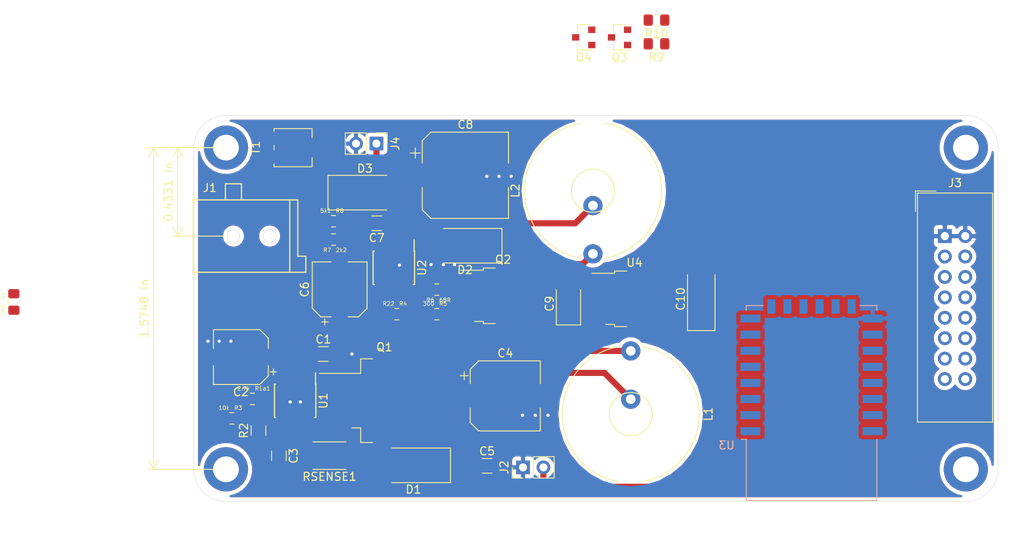
<source format=kicad_pcb>
(kicad_pcb (version 20171130) (host pcbnew "(5.1.7-0-10_14)")
  (layers (0 F.Cu signal) (31 B.Cu signal) (34 B.Paste user) (35 F.Paste user) (36 B.SilkS user) (37 F.SilkS user) (38 B.Mask user) (39 F.Mask user) (44 Edge.Cuts user))
  (net 0 "")
  (net 1 GND)
  (net 2 +9V)
  (net 3 "Net-(C3-Pad1)")
  (net 4 "Net-(D1-Pad2)")
  (net 5 /hv_psu/SENSE)
  (net 6 "Net-(Q1-Pad1)")
  (net 7 BLANK)
  (net 8 "Net-(R1-Pad1)")
  (net 9 "Net-(R1a1-Pad1)")
  (net 10 "Net-(R1a1-Pad2)")
  (net 11 "Net-(C7-Pad1)")
  (net 12 "Net-(Q2-Pad3)")
  (net 13 "Net-(Q2-Pad1)")
  (net 14 "Net-(R6-Pad1)")
  (net 15 "Net-(R7-Pad2)")
  (net 16 "Net-(R8-Pad2)")
  (net 17 "Net-(D2-Pad1)")
  (net 18 "Net-(D3-Pad2)")
  (net 19 "Net-(U3-Pad22)")
  (net 20 "Net-(U3-Pad21)")
  (net 21 "Net-(U3-Pad20)")
  (net 22 "Net-(U3-Pad19)")
  (net 23 "Net-(U3-Pad17)")
  (net 24 "Net-(U3-Pad16)")
  (net 25 "Net-(U3-Pad14)")
  (net 26 "Net-(U3-Pad13)")
  (net 27 "Net-(U3-Pad12)")
  (net 28 "Net-(U3-Pad11)")
  (net 29 "Net-(U3-Pad10)")
  (net 30 "Net-(U3-Pad9)")
  (net 31 /+3V3)
  (net 32 "Net-(U3-Pad7)")
  (net 33 "Net-(U3-Pad6)")
  (net 34 "Net-(U3-Pad5)")
  (net 35 "Net-(U3-Pad4)")
  (net 36 "Net-(U3-Pad3)")
  (net 37 "Net-(U3-Pad2)")
  (net 38 /+HVDC)
  (net 39 /+FILAMENT_DC)
  (net 40 /FILAMENT_CLK)
  (net 41 /HSPI_DATA)
  (net 42 /HSPI_CLK)
  (net 43 /HSPI_CS)
  (net 44 "Net-(J3-Pad12)")
  (net 45 "Net-(J3-Pad11)")
  (net 46 /RST)
  (net 47 /RTS)
  (net 48 "Net-(Q3-Pad1)")
  (net 49 /GPIO0)
  (net 50 /DTR)
  (net 51 "Net-(Q4-Pad1)")
  (module Capacitor_Tantalum_SMD:CP_EIA-6032-28_Kemet-C_Pad2.25x2.35mm_HandSolder (layer F.Cu) (at 133.096 82.814 90)
    (fp_text reference C10 (at 0 -2.55 90) (layer F.SilkS))
    (fp_text value 22u)
    (pad 2 smd roundrect (at 2.55 0 90) (size 2.25 2.35) (layers F.Cu F.Paste F.Mask) (roundrect_rratio 0.111111) (net 1 GND))
    (pad 1 smd roundrect (at -2.55 0 90) (size 2.25 2.35) (layers F.Cu F.Paste F.Mask) (roundrect_rratio 0.111111) (net 31 /+3V3))
  )
  (module Capacitor_Tantalum_SMD:CP_EIA-3528-12_Kemet-T_Pad1.50x2.35mm_HandSolder (layer F.Cu) (at 116.586 83.413 90)
    (fp_text reference C9 (at 0 -2.35 90) (layer F.SilkS))
    (fp_text value 10u)
    (pad 2 smd roundrect (at 1.625 0 90) (size 1.5 2.35) (layers F.Cu F.Paste F.Mask) (roundrect_rratio 0.166667) (net 1 GND))
    (pad 1 smd roundrect (at -1.625 0 90) (size 1.5 2.35) (layers F.Cu F.Paste F.Mask) (roundrect_rratio 0.166667) (net 2 +9V))
  )
  (module Potentiometer_SMD:Potentiometer_Bourns_3314G_Vertical (layer F.Cu) (at 82.34 64.008 90)
    (fp_text reference T1 (at 0 -4.65 90) (layer F.SilkS))
    (fp_text value TRIM_EU-S64W)
    (pad 3 smd rect (at -1.15 -2.75 90) (size 1.3 1.3) (layers F.Cu F.Paste F.Mask) (net 16 "Net-(R8-Pad2)"))
    (pad 2 smd rect (at 0 2.75 90) (size 2 1.3) (layers F.Cu F.Paste F.Mask) (net 39 /+FILAMENT_DC))
    (pad 1 smd rect (at 1.15 -2.75 90) (size 1.3 1.3) (layers F.Cu F.Paste F.Mask) (net 39 /+FILAMENT_DC))
  )
  (module PartsStash:L_Toroid_Horizontal_D16.8mm_P6mm_AliExpress (layer F.Cu) (at 119.634 76.708 90)
    (fp_text reference L2 (at 7.35 -9.65 90) (layer F.SilkS))
    (fp_text value 300uH)
    (pad 1 thru_hole circle (at -0.5 0 90) (size 2.4 2.4) (drill 1.2) (layers *.Cu *.Mask) (net 17 "Net-(D2-Pad1)"))
    (pad 2 thru_hole circle (at 5.5 0 90) (size 2.4 2.4) (drill 1.2) (layers *.Cu *.Mask) (net 18 "Net-(D3-Pad2)"))
  )
  (module Capacitor_SMD:CP_Elec_6.3x7.7 (layer F.Cu) (at 88.138 81.628 90)
    (fp_text reference C6 (at 0 -4.35 90) (layer F.SilkS))
    (fp_text value 100)
    (pad 2 smd roundrect (at 2.7 0 90) (size 3.5 1.6) (layers F.Cu F.Paste F.Mask) (roundrect_rratio 0.15625) (net 1 GND))
    (pad 1 smd roundrect (at -2.7 0 90) (size 3.5 1.6) (layers F.Cu F.Paste F.Mask) (roundrect_rratio 0.15625) (net 2 +9V))
  )
  (module Connector_PinHeader_2.54mm:PinHeader_1x02_P2.54mm_Vertical (layer F.Cu) (at 92.71 63.5 270)
    (fp_text reference J4 (at 0 -2.33 90) (layer F.SilkS))
    (fp_text value Conn_01x02)
    (pad 2 thru_hole oval (at 0 2.54 270) (size 1.7 1.7) (drill 1) (layers *.Cu *.Mask) (net 1 GND))
    (pad 1 thru_hole rect (at 0 0 270) (size 1.7 1.7) (drill 1) (layers *.Cu *.Mask) (net 39 /+FILAMENT_DC))
  )
  (module Capacitor_SMD:CP_Elec_10x14.3 (layer F.Cu) (at 103.768 67.437)
    (fp_text reference C8 (at 0 -6.3) (layer F.SilkS))
    (fp_text value 330)
    (pad 2 smd roundrect (at 4.2 0) (size 4.4 2.5) (layers F.Cu F.Paste F.Mask) (roundrect_rratio 0.1) (net 1 GND))
    (pad 1 smd roundrect (at -4.2 0) (size 4.4 2.5) (layers F.Cu F.Paste F.Mask) (roundrect_rratio 0.1) (net 39 /+FILAMENT_DC))
  )
  (module Package_SO:PowerIntegrations_SO-8 (layer F.Cu) (at 94.869 78.936 270)
    (fp_text reference U2 (at 0 -3.5 90) (layer F.SilkS))
    (fp_text value MC34063AP)
    (pad 8 smd rect (at 2.725 -1.905 270) (size 2 0.6) (layers F.Cu F.Paste F.Mask) (net 14 "Net-(R6-Pad1)"))
    (pad 7 smd rect (at 2.725 -0.635 270) (size 2 0.6) (layers F.Cu F.Paste F.Mask) (net 13 "Net-(Q2-Pad1)"))
    (pad 6 smd rect (at 2.725 0.635 270) (size 2 0.6) (layers F.Cu F.Paste F.Mask) (net 2 +9V))
    (pad 5 smd rect (at 2.725 1.905 270) (size 2 0.6) (layers F.Cu F.Paste F.Mask) (net 15 "Net-(R7-Pad2)"))
    (pad 4 smd rect (at -2.725 1.905 270) (size 2 0.6) (layers F.Cu F.Paste F.Mask) (net 1 GND))
    (pad 3 smd rect (at -2.725 0.635 270) (size 2 0.6) (layers F.Cu F.Paste F.Mask) (net 11 "Net-(C7-Pad1)"))
    (pad 2 smd rect (at -2.725 -0.635 270) (size 2 0.6) (layers F.Cu F.Paste F.Mask) (net 1 GND))
    (pad 1 smd rect (at -2.725 -1.905 270) (size 2 0.6) (layers F.Cu F.Paste F.Mask) (net 18 "Net-(D3-Pad2)"))
  )
  (module PartsStash:R_0805_2012Metric_Pad1.15x1.40mm_HandSolder_Value (layer F.Cu) (at 87.367 73.152 180)
    (fp_text reference R8 (at -0.25 1.3) (layer F.SilkS) (effects (font (size 0.5 0.5) (thickness 0.075)) (justify left)))
    (fp_text value 5k1)
    (fp_text user %V (at 0.25 1.3) (layer F.SilkS) (effects (font (size 0.5 0.5) (thickness 0.075)) (justify right)))
    (pad 2 smd roundrect (at 1.025 0 180) (size 1.15 1.4) (layers F.Cu F.Paste F.Mask) (roundrect_rratio 0.217391) (net 16 "Net-(R8-Pad2)"))
    (pad 1 smd roundrect (at -1.025 0 180) (size 1.15 1.4) (layers F.Cu F.Paste F.Mask) (roundrect_rratio 0.217391) (net 15 "Net-(R7-Pad2)"))
  )
  (module PartsStash:R_0805_2012Metric_Pad1.15x1.40mm_HandSolder_Value (layer F.Cu) (at 87.367 75.438)
    (fp_text reference R7 (at -0.25 1.3) (layer F.SilkS) (effects (font (size 0.5 0.5) (thickness 0.075)) (justify right)))
    (fp_text value 2k2)
    (fp_text user %V (at 0.25 1.3) (layer F.SilkS) (effects (font (size 0.5 0.5) (thickness 0.075)) (justify left)))
    (pad 2 smd roundrect (at 1.025 0) (size 1.15 1.4) (layers F.Cu F.Paste F.Mask) (roundrect_rratio 0.217391) (net 15 "Net-(R7-Pad2)"))
    (pad 1 smd roundrect (at -1.025 0) (size 1.15 1.4) (layers F.Cu F.Paste F.Mask) (roundrect_rratio 0.217391) (net 1 GND))
  )
  (module PartsStash:R_0805_2012Metric_Pad1.15x1.40mm_HandSolder_Value (layer F.Cu) (at 100.212 81.661)
    (fp_text reference R6 (at -0.25 1.3) (layer F.SilkS) (effects (font (size 0.5 0.5) (thickness 0.075)) (justify right)))
    (fp_text value 68R)
    (fp_text user %V (at 0.25 1.3) (layer F.SilkS) (effects (font (size 0.5 0.5) (thickness 0.075)) (justify left)))
    (pad 2 smd roundrect (at 1.025 0) (size 1.15 1.4) (layers F.Cu F.Paste F.Mask) (roundrect_rratio 0.217391) (net 12 "Net-(Q2-Pad3)"))
    (pad 1 smd roundrect (at -1.025 0) (size 1.15 1.4) (layers F.Cu F.Paste F.Mask) (roundrect_rratio 0.217391) (net 14 "Net-(R6-Pad1)"))
  )
  (module PartsStash:R_0805_2012Metric_Pad1.15x1.40mm_HandSolder_Value (layer F.Cu) (at 100.212 84.709 180)
    (fp_text reference R5 (at -0.25 1.3) (layer F.SilkS) (effects (font (size 0.5 0.5) (thickness 0.075)) (justify left)))
    (fp_text value 300)
    (fp_text user %V (at 0.25 1.3) (layer F.SilkS) (effects (font (size 0.5 0.5) (thickness 0.075)) (justify right)))
    (pad 2 smd roundrect (at 1.025 0 180) (size 1.15 1.4) (layers F.Cu F.Paste F.Mask) (roundrect_rratio 0.217391) (net 13 "Net-(Q2-Pad1)"))
    (pad 1 smd roundrect (at -1.025 0 180) (size 1.15 1.4) (layers F.Cu F.Paste F.Mask) (roundrect_rratio 0.217391) (net 12 "Net-(Q2-Pad3)"))
  )
  (module PartsStash:R_0805_2012Metric_Pad1.15x1.40mm_HandSolder_Value (layer F.Cu) (at 95.241 84.709 180)
    (fp_text reference R4 (at -0.25 1.3) (layer F.SilkS) (effects (font (size 0.5 0.5) (thickness 0.075)) (justify left)))
    (fp_text value R22)
    (fp_text user %V (at 0.25 1.3) (layer F.SilkS) (effects (font (size 0.5 0.5) (thickness 0.075)) (justify right)))
    (pad 2 smd roundrect (at 1.025 0 180) (size 1.15 1.4) (layers F.Cu F.Paste F.Mask) (roundrect_rratio 0.217391) (net 2 +9V))
    (pad 1 smd roundrect (at -1.025 0 180) (size 1.15 1.4) (layers F.Cu F.Paste F.Mask) (roundrect_rratio 0.217391) (net 13 "Net-(Q2-Pad1)"))
  )
  (module Package_TO_SOT_SMD:TO-252-3_TabPin2 (layer F.Cu) (at 108.467 82.429)
    (fp_text reference Q2 (at 0 -4.5) (layer F.SilkS))
    (fp_text value 2SD669AD-C)
    (pad 2 smd rect (at 2.1 0) (size 6.4 5.8) (layers F.Cu F.Mask) (net 17 "Net-(D2-Pad1)"))
    (pad 3 smd rect (at -4.2 2.28) (size 2.2 1.2) (layers F.Cu F.Paste F.Mask) (net 12 "Net-(Q2-Pad3)"))
    (pad 2 smd rect (at -4.2 0) (size 2.2 1.2) (layers F.Cu F.Paste F.Mask) (net 17 "Net-(D2-Pad1)"))
    (pad 1 smd rect (at -4.2 -2.28) (size 2.2 1.2) (layers F.Cu F.Paste F.Mask) (net 13 "Net-(Q2-Pad1)"))
  )
  (module Diode_SMD:D_SMB_Handsoldering (layer F.Cu) (at 91.28 69.596)
    (fp_text reference D3 (at 0 -3) (layer F.SilkS))
    (fp_text value SS16T3G)
    (pad 2 smd rect (at 2.7 0) (size 3.5 2.3) (layers F.Cu F.Paste F.Mask) (net 18 "Net-(D3-Pad2)"))
    (pad 1 smd rect (at -2.7 0) (size 3.5 2.3) (layers F.Cu F.Paste F.Mask) (net 39 /+FILAMENT_DC))
  )
  (module Diode_SMD:D_SMB_Handsoldering (layer F.Cu) (at 103.726 76.2 180)
    (fp_text reference D2 (at 0 -3) (layer F.SilkS))
    (fp_text value SS16T3G)
    (pad 2 smd rect (at 2.7 0 180) (size 3.5 2.3) (layers F.Cu F.Paste F.Mask) (net 1 GND))
    (pad 1 smd rect (at -2.7 0 180) (size 3.5 2.3) (layers F.Cu F.Paste F.Mask) (net 17 "Net-(D2-Pad1)"))
  )
  (module Capacitor_SMD:C_1206_3216Metric_Pad1.42x1.75mm_HandSolder (layer F.Cu) (at 92.7465 73.406 180)
    (fp_text reference C7 (at 0 -1.82) (layer F.SilkS))
    (fp_text value 470pF)
    (pad 2 smd roundrect (at 1.4875 0 180) (size 1.425 1.75) (layers F.Cu F.Paste F.Mask) (roundrect_rratio 0.175439) (net 1 GND))
    (pad 1 smd roundrect (at -1.4875 0 180) (size 1.425 1.75) (layers F.Cu F.Paste F.Mask) (roundrect_rratio 0.175439) (net 11 "Net-(C7-Pad1)"))
  )
  (module Resistor_SMD:R_0805_2012Metric_Pad1.15x1.40mm_HandSolder (layer F.Cu) (at 127.536 48.142 180)
    (fp_text reference R10 (at 0 -1.65) (layer F.SilkS))
    (fp_text value 12k)
    (pad 2 smd roundrect (at 1.025 0 180) (size 1.15 1.4) (layers F.Cu F.Paste F.Mask) (roundrect_rratio 0.217391) (net 51 "Net-(Q4-Pad1)"))
    (pad 1 smd roundrect (at -1.025 0 180) (size 1.15 1.4) (layers F.Cu F.Paste F.Mask) (roundrect_rratio 0.217391) (net 47 /RTS))
  )
  (module Resistor_SMD:R_0805_2012Metric_Pad1.15x1.40mm_HandSolder (layer F.Cu) (at 127.536 51.092 180)
    (fp_text reference R9 (at 0 -1.65) (layer F.SilkS))
    (fp_text value 12k)
    (pad 2 smd roundrect (at 1.025 0 180) (size 1.15 1.4) (layers F.Cu F.Paste F.Mask) (roundrect_rratio 0.217391) (net 48 "Net-(Q3-Pad1)"))
    (pad 1 smd roundrect (at -1.025 0 180) (size 1.15 1.4) (layers F.Cu F.Paste F.Mask) (roundrect_rratio 0.217391) (net 50 /DTR))
  )
  (module Package_TO_SOT_SMD:SOT-23 (layer F.Cu) (at 118.486 50.292 180)
    (fp_text reference Q4 (at 0 -2.5) (layer F.SilkS))
    (fp_text value BC847)
    (pad 3 smd rect (at 1 0 180) (size 0.9 0.8) (layers F.Cu F.Paste F.Mask) (net 49 /GPIO0))
    (pad 2 smd rect (at -1 0.95 180) (size 0.9 0.8) (layers F.Cu F.Paste F.Mask) (net 50 /DTR))
    (pad 1 smd rect (at -1 -0.95 180) (size 0.9 0.8) (layers F.Cu F.Paste F.Mask) (net 51 "Net-(Q4-Pad1)"))
  )
  (module Package_TO_SOT_SMD:SOT-23 (layer F.Cu) (at 122.936 50.292 180)
    (fp_text reference Q3 (at 0 -2.5) (layer F.SilkS))
    (fp_text value BC847)
    (pad 3 smd rect (at 1 0 180) (size 0.9 0.8) (layers F.Cu F.Paste F.Mask) (net 46 /RST))
    (pad 2 smd rect (at -1 0.95 180) (size 0.9 0.8) (layers F.Cu F.Paste F.Mask) (net 47 /RTS))
    (pad 1 smd rect (at -1 -0.95 180) (size 0.9 0.8) (layers F.Cu F.Paste F.Mask) (net 48 "Net-(Q3-Pad1)"))
  )
  (module PartsStash:AliExpress55mmBarrelJack (layer F.Cu) (at 74.93 74.99985)
    (fp_text reference J1 (at -2.93 -5.99985) (layer F.SilkS))
    (fp_text value Jack-DC)
    (pad 1 smd rect (at 5.7 -5.5) (size 3 3) (drill (offset 0 -0.5)) (layers F.Cu F.Paste F.Mask) (net 2 +9V))
    (pad 1 smd rect (at 0 -5.5) (size 3 3) (drill (offset 0 -0.5)) (layers F.Cu F.Paste F.Mask) (net 2 +9V))
    (pad 3 smd rect (at 5.7 5.5) (size 3 3) (drill (offset 0 0.5)) (layers F.Cu F.Paste F.Mask) (net 1 GND))
    (pad 2 smd rect (at 0 5.5) (size 3 3) (drill (offset 0 0.5)) (layers F.Cu F.Paste F.Mask) (net 1 GND))
    (pad ~ thru_hole circle (at 4.5 0) (size 1.6 1.6) (drill 1.6) (layers *.Cu *.Mask))
    (pad ~ thru_hole circle (at 0 0) (size 1.6 1.6) (drill 1.6) (layers *.Cu *.Mask))
  )
  (module PartsStash:L_Toroid_Horizontal_D16.8mm_P6mm_AliExpress (layer F.Cu) (at 124.333 89.781 270)
    (fp_text reference L1 (at 7.35 -9.65 90) (layer F.SilkS))
    (fp_text value L)
    (pad 1 thru_hole circle (at -0.5 0 270) (size 2.4 2.4) (drill 1.2) (layers *.Cu *.Mask) (net 2 +9V))
    (pad 2 thru_hole circle (at 5.5 0 270) (size 2.4 2.4) (drill 1.2) (layers *.Cu *.Mask) (net 4 "Net-(D1-Pad2)"))
  )
  (module Connector_IDC:IDC-Header_2x08_P2.54mm_Vertical (layer F.Cu) (at 163.3855 75)
    (fp_text reference J3 (at 1.27 -6.604) (layer F.SilkS))
    (fp_text value Conn_02x10_Odd_Even)
    (pad 16 thru_hole oval (at 2.54 17.78) (size 1.7272 1.7272) (drill 1.016) (layers *.Cu *.Mask) (net 40 /FILAMENT_CLK))
    (pad 15 thru_hole oval (at 0 17.78) (size 1.7272 1.7272) (drill 1.016) (layers *.Cu *.Mask) (net 41 /HSPI_DATA))
    (pad 14 thru_hole oval (at 2.54 15.24) (size 1.7272 1.7272) (drill 1.016) (layers *.Cu *.Mask) (net 42 /HSPI_CLK))
    (pad 13 thru_hole oval (at 0 15.24) (size 1.7272 1.7272) (drill 1.016) (layers *.Cu *.Mask) (net 43 /HSPI_CS))
    (pad 12 thru_hole oval (at 2.54 12.7) (size 1.7272 1.7272) (drill 1.016) (layers *.Cu *.Mask) (net 44 "Net-(J3-Pad12)"))
    (pad 11 thru_hole oval (at 0 12.7) (size 1.7272 1.7272) (drill 1.016) (layers *.Cu *.Mask) (net 45 "Net-(J3-Pad11)"))
    (pad 10 thru_hole oval (at 2.54 10.16) (size 1.7272 1.7272) (drill 1.016) (layers *.Cu *.Mask) (net 38 /+HVDC))
    (pad 9 thru_hole oval (at 0 10.16) (size 1.7272 1.7272) (drill 1.016) (layers *.Cu *.Mask) (net 38 /+HVDC))
    (pad 8 thru_hole oval (at 2.54 7.62) (size 1.7272 1.7272) (drill 1.016) (layers *.Cu *.Mask) (net 2 +9V))
    (pad 7 thru_hole oval (at 0 7.62) (size 1.7272 1.7272) (drill 1.016) (layers *.Cu *.Mask) (net 2 +9V))
    (pad 6 thru_hole oval (at 2.54 5.08) (size 1.7272 1.7272) (drill 1.016) (layers *.Cu *.Mask) (net 31 /+3V3))
    (pad 5 thru_hole oval (at 0 5.08) (size 1.7272 1.7272) (drill 1.016) (layers *.Cu *.Mask) (net 31 /+3V3))
    (pad 4 thru_hole oval (at 2.54 2.54) (size 1.7272 1.7272) (drill 1.016) (layers *.Cu *.Mask) (net 39 /+FILAMENT_DC))
    (pad 3 thru_hole oval (at 0 2.54) (size 1.7272 1.7272) (drill 1.016) (layers *.Cu *.Mask) (net 39 /+FILAMENT_DC))
    (pad 2 thru_hole oval (at 2.54 0) (size 1.7272 1.7272) (drill 1.016) (layers *.Cu *.Mask) (net 1 GND))
    (pad 1 thru_hole rect (at 0 0) (size 1.7272 1.7272) (drill 1.016) (layers *.Cu *.Mask) (net 1 GND))
  )
  (module Package_TO_SOT_SMD:TO-252-3_TabPin2 (layer F.Cu) (at 124.797 82.805)
    (fp_text reference U4 (at 0 -4.5) (layer F.SilkS))
    (fp_text value AMS1117CD-3.3)
    (pad 2 smd rect (at 2.1 0) (size 6.4 5.8) (layers F.Cu F.Mask) (net 31 /+3V3))
    (pad 3 smd rect (at -4.2 2.28) (size 2.2 1.2) (layers F.Cu F.Paste F.Mask) (net 2 +9V))
    (pad 2 smd rect (at -4.2 0) (size 2.2 1.2) (layers F.Cu F.Paste F.Mask) (net 31 /+3V3))
    (pad 1 smd rect (at -4.2 -2.28) (size 2.2 1.2) (layers F.Cu F.Paste F.Mask) (net 1 GND))
  )
  (module RF_Module:ESP-12E (layer B.Cu) (at 146.812 95.758)
    (fp_text reference U3 (at -10.56 5.26) (layer B.SilkS) (effects (justify mirror)))
    (fp_text value ESP-12F)
    (pad 22 smd rect (at 7.6 3.5) (size 2.5 1) (layers B.Cu B.Paste B.Mask) (net 19 "Net-(U3-Pad22)"))
    (pad 21 smd rect (at 7.6 1.5) (size 2.5 1) (layers B.Cu B.Paste B.Mask) (net 20 "Net-(U3-Pad21)"))
    (pad 20 smd rect (at 7.6 -0.5) (size 2.5 1) (layers B.Cu B.Paste B.Mask) (net 21 "Net-(U3-Pad20)"))
    (pad 19 smd rect (at 7.6 -2.5) (size 2.5 1) (layers B.Cu B.Paste B.Mask) (net 22 "Net-(U3-Pad19)"))
    (pad 18 smd rect (at 7.6 -4.5) (size 2.5 1) (layers B.Cu B.Paste B.Mask) (net 49 /GPIO0))
    (pad 17 smd rect (at 7.6 -6.5) (size 2.5 1) (layers B.Cu B.Paste B.Mask) (net 23 "Net-(U3-Pad17)"))
    (pad 16 smd rect (at 7.6 -8.5) (size 2.5 1) (layers B.Cu B.Paste B.Mask) (net 24 "Net-(U3-Pad16)"))
    (pad 15 smd rect (at 7.6 -10.5) (size 2.5 1) (layers B.Cu B.Paste B.Mask) (net 1 GND))
    (pad 14 smd rect (at 5 -12) (size 1 1.8) (layers B.Cu B.Paste B.Mask) (net 25 "Net-(U3-Pad14)"))
    (pad 13 smd rect (at 3 -12) (size 1 1.8) (layers B.Cu B.Paste B.Mask) (net 26 "Net-(U3-Pad13)"))
    (pad 12 smd rect (at 1 -12) (size 1 1.8) (layers B.Cu B.Paste B.Mask) (net 27 "Net-(U3-Pad12)"))
    (pad 11 smd rect (at -1 -12) (size 1 1.8) (layers B.Cu B.Paste B.Mask) (net 28 "Net-(U3-Pad11)"))
    (pad 10 smd rect (at -3 -12) (size 1 1.8) (layers B.Cu B.Paste B.Mask) (net 29 "Net-(U3-Pad10)"))
    (pad 9 smd rect (at -5 -12) (size 1 1.8) (layers B.Cu B.Paste B.Mask) (net 30 "Net-(U3-Pad9)"))
    (pad 8 smd rect (at -7.6 -10.5) (size 2.5 1) (layers B.Cu B.Paste B.Mask) (net 31 /+3V3))
    (pad 7 smd rect (at -7.6 -8.5) (size 2.5 1) (layers B.Cu B.Paste B.Mask) (net 32 "Net-(U3-Pad7)"))
    (pad 6 smd rect (at -7.6 -6.5) (size 2.5 1) (layers B.Cu B.Paste B.Mask) (net 33 "Net-(U3-Pad6)"))
    (pad 5 smd rect (at -7.6 -4.5) (size 2.5 1) (layers B.Cu B.Paste B.Mask) (net 34 "Net-(U3-Pad5)"))
    (pad 4 smd rect (at -7.6 -2.5) (size 2.5 1) (layers B.Cu B.Paste B.Mask) (net 35 "Net-(U3-Pad4)"))
    (pad 3 smd rect (at -7.6 -0.5) (size 2.5 1) (layers B.Cu B.Paste B.Mask) (net 36 "Net-(U3-Pad3)"))
    (pad 2 smd rect (at -7.6 1.5) (size 2.5 1) (layers B.Cu B.Paste B.Mask) (net 37 "Net-(U3-Pad2)"))
    (pad 1 smd rect (at -7.6 3.5) (size 2.5 1) (layers B.Cu B.Paste B.Mask) (net 46 /RST))
  )
  (module PartsStash:TO-263-2 (layer F.Cu) (at 93.697 95.463)
    (fp_text reference Q1 (at 0 -6.65) (layer F.SilkS))
    (fp_text value IRF640)
    (pad 2 smd rect (at 3.375 0) (size 9.4 10.8) (layers F.Cu F.Mask) (net 4 "Net-(D1-Pad2)"))
    (pad 3 smd rect (at -5.775 2.54) (size 4.6 1.1) (layers F.Cu F.Paste F.Mask) (net 5 /hv_psu/SENSE))
    (pad 1 smd rect (at -5.775 -2.54) (size 4.6 1.1) (layers F.Cu F.Paste F.Mask) (net 6 "Net-(Q1-Pad1)"))
  )
  (module PartsStash:MountingHole_3.2mm_M3_ISO14580_Pad (layer F.Cu) (at 74 64)
    (fp_text reference REF** hide)
    (fp_text value MountingHole_3.2mm_M3_ISO14580_Pad hide)
    (pad 1 thru_hole circle (at 0 0) (size 5.5 5.5) (drill 3.2) (layers *.Cu *.Mask))
  )
  (module PartsStash:MountingHole_3.2mm_M3_ISO14580_Pad (layer F.Cu) (at 74 104)
    (fp_text reference REF** hide)
    (fp_text value MountingHole_3.2mm_M3_ISO14580_Pad hide)
    (pad 1 thru_hole circle (at 0 0) (size 5.5 5.5) (drill 3.2) (layers *.Cu *.Mask))
  )
  (module PartsStash:MountingHole_3.2mm_M3_ISO14580_Pad (layer F.Cu) (at 166 104)
    (fp_text reference REF** hide)
    (fp_text value MountingHole_3.2mm_M3_ISO14580_Pad hide)
    (pad 1 thru_hole circle (at 0 0) (size 5.5 5.5) (drill 3.2) (layers *.Cu *.Mask))
  )
  (module PartsStash:MountingHole_3.2mm_M3_ISO14580_Pad (layer F.Cu) (at 166 64)
    (fp_text reference REF** hide)
    (fp_text value MountingHole_3.2mm_M3_ISO14580_Pad hide)
    (pad 1 thru_hole circle (at 0 0) (size 5.5 5.5) (drill 3.2) (layers *.Cu *.Mask))
  )
  (module Capacitor_SMD:CP_Elec_8x10.5 (layer F.Cu) (at 108.729 94.869)
    (fp_text reference C4 (at 0 -5.3) (layer F.SilkS))
    (fp_text value 4.7uF,250V)
    (pad 2 smd roundrect (at 3.7 0) (size 4.4 2.5) (layers F.Cu F.Paste F.Mask) (roundrect_rratio 0.1) (net 1 GND))
    (pad 1 smd roundrect (at -3.7 0) (size 4.4 2.5) (layers F.Cu F.Paste F.Mask) (roundrect_rratio 0.1) (net 38 /+HVDC))
  )
  (module Capacitor_SMD:CP_Elec_6.3x7.7 (layer F.Cu) (at 75.852 90.043 180)
    (fp_text reference C2 (at 0 -4.35) (layer F.SilkS))
    (fp_text value 220uF,25V)
    (pad 2 smd roundrect (at 2.7 0 180) (size 3.5 1.6) (layers F.Cu F.Paste F.Mask) (roundrect_rratio 0.15625) (net 1 GND))
    (pad 1 smd roundrect (at -2.7 0 180) (size 3.5 1.6) (layers F.Cu F.Paste F.Mask) (roundrect_rratio 0.15625) (net 2 +9V))
  )
  (module Capacitor_SMD:C_1206_3216Metric_Pad1.42x1.75mm_HandSolder (layer F.Cu) (at 106.4625 103.5685)
    (fp_text reference C5 (at 0 -1.82) (layer F.SilkS))
    (fp_text value 100n,250V)
    (pad 2 smd roundrect (at 1.4875 0) (size 1.425 1.75) (layers F.Cu F.Paste F.Mask) (roundrect_rratio 0.175439) (net 1 GND))
    (pad 1 smd roundrect (at -1.4875 0) (size 1.425 1.75) (layers F.Cu F.Paste F.Mask) (roundrect_rratio 0.175439) (net 38 /+HVDC))
  )
  (module Package_SO:PowerIntegrations_SO-8 (layer F.Cu) (at 82.606 95.482 270)
    (fp_text reference U1 (at 0 -3.5 90) (layer F.SilkS))
    (fp_text value max1771)
    (pad 8 smd rect (at 2.725 -1.905 270) (size 2 0.6) (layers F.Cu F.Paste F.Mask) (net 5 /hv_psu/SENSE))
    (pad 7 smd rect (at 2.725 -0.635 270) (size 2 0.6) (layers F.Cu F.Paste F.Mask) (net 1 GND))
    (pad 6 smd rect (at 2.725 0.635 270) (size 2 0.6) (layers F.Cu F.Paste F.Mask) (net 1 GND))
    (pad 5 smd rect (at 2.725 1.905 270) (size 2 0.6) (layers F.Cu F.Paste F.Mask) (net 3 "Net-(C3-Pad1)"))
    (pad 4 smd rect (at -2.725 1.905 270) (size 2 0.6) (layers F.Cu F.Paste F.Mask) (net 8 "Net-(R1-Pad1)"))
    (pad 3 smd rect (at -2.725 0.635 270) (size 2 0.6) (layers F.Cu F.Paste F.Mask) (net 9 "Net-(R1a1-Pad1)"))
    (pad 2 smd rect (at -2.725 -0.635 270) (size 2 0.6) (layers F.Cu F.Paste F.Mask) (net 2 +9V))
    (pad 1 smd rect (at -2.725 -1.905 270) (size 2 0.6) (layers F.Cu F.Paste F.Mask) (net 6 "Net-(Q1-Pad1)"))
  )
  (module Resistor_SMD:R_2512_6332Metric_Pad1.52x3.35mm_HandSolder (layer F.Cu) (at 86.871 102.2985 180)
    (fp_text reference RSENSE1 (at 0 -2.62) (layer F.SilkS))
    (fp_text value 0R1)
    (pad 2 smd roundrect (at 2.9875 0 180) (size 1.525 3.35) (layers F.Cu F.Paste F.Mask) (roundrect_rratio 0.163934) (net 1 GND))
    (pad 1 smd roundrect (at -2.9875 0 180) (size 1.525 3.35) (layers F.Cu F.Paste F.Mask) (roundrect_rratio 0.163934) (net 5 /hv_psu/SENSE))
  )
  (module PartsStash:R_0805_2012Metric_Pad1.15x1.40mm_HandSolder_Value (layer F.Cu) (at 77.2885 95.25 180)
    (fp_text reference R1a1 (at -0.25 1.3) (layer F.SilkS) (effects (font (size 0.5 0.5) (thickness 0.075)) (justify left)))
    (fp_text value 2.7k)
    (fp_text user %V (at 0.25 1.3) (layer F.SilkS) (effects (font (size 0.5 0.5) (thickness 0.075)) (justify right)))
    (pad 2 smd roundrect (at 1.025 0 180) (size 1.15 1.4) (layers F.Cu F.Paste F.Mask) (roundrect_rratio 0.217391) (net 10 "Net-(R1a1-Pad2)"))
    (pad 1 smd roundrect (at -1.025 0 180) (size 1.15 1.4) (layers F.Cu F.Paste F.Mask) (roundrect_rratio 0.217391) (net 9 "Net-(R1a1-Pad1)"))
  )
  (module PartsStash:R_0805_2012Metric_Pad1.15x1.40mm_HandSolder_Value (layer F.Cu) (at 74.7305 97.663 180)
    (fp_text reference R3 (at -0.25 1.3) (layer F.SilkS) (effects (font (size 0.5 0.5) (thickness 0.075)) (justify left)))
    (fp_text value 10k)
    (fp_text user %V (at 0.25 1.3) (layer F.SilkS) (effects (font (size 0.5 0.5) (thickness 0.075)) (justify right)))
    (pad 2 smd roundrect (at 1.025 0 180) (size 1.15 1.4) (layers F.Cu F.Paste F.Mask) (roundrect_rratio 0.217391) (net 1 GND))
    (pad 1 smd roundrect (at -1.025 0 180) (size 1.15 1.4) (layers F.Cu F.Paste F.Mask) (roundrect_rratio 0.217391) (net 10 "Net-(R1a1-Pad2)"))
  )
  (module Resistor_SMD:R_1206_3216Metric_Pad1.42x1.75mm_HandSolder (layer F.Cu) (at 78.0415 99.187 90)
    (fp_text reference R2 (at 0 -1.82 90) (layer F.SilkS))
    (fp_text value 1.5M)
    (pad 2 smd roundrect (at 1.4875 0 90) (size 1.425 1.75) (layers F.Cu F.Paste F.Mask) (roundrect_rratio 0.175439) (net 9 "Net-(R1a1-Pad1)"))
    (pad 1 smd roundrect (at -1.4875 0 90) (size 1.425 1.75) (layers F.Cu F.Paste F.Mask) (roundrect_rratio 0.175439) (net 38 /+HVDC))
  )
  (module PartsStash:R_0805_2012Metric_Pad1.15x1.40mm_HandSolder_Value (layer F.Cu) (at 47.625 83.194 270)
    (fp_text reference R1 (at -0.25 1.3 90) (layer F.SilkS) (effects (font (size 0.5 0.5) (thickness 0.075)) (justify left)))
    (fp_text value 0R0)
    (fp_text user %V (at 0.25 1.3 90) (layer F.SilkS) (effects (font (size 0.5 0.5) (thickness 0.075)) (justify right)))
    (pad 2 smd roundrect (at 1.025 0 270) (size 1.15 1.4) (layers F.Cu F.Paste F.Mask) (roundrect_rratio 0.217391) (net 7 BLANK))
    (pad 1 smd roundrect (at -1.025 0 270) (size 1.15 1.4) (layers F.Cu F.Paste F.Mask) (roundrect_rratio 0.217391) (net 8 "Net-(R1-Pad1)"))
  )
  (module Connector_PinHeader_2.54mm:PinHeader_1x02_P2.54mm_Vertical (layer F.Cu) (at 110.9345 103.759 90)
    (fp_text reference J2 (at 0 -2.33 90) (layer F.SilkS))
    (fp_text value Conn_01x02_Male)
    (pad 2 thru_hole oval (at 0 2.54 90) (size 1.7 1.7) (drill 1) (layers *.Cu *.Mask) (net 38 /+HVDC))
    (pad 1 thru_hole rect (at 0 0 90) (size 1.7 1.7) (drill 1) (layers *.Cu *.Mask) (net 1 GND))
  )
  (module Diode_SMD:D_SMB_Handsoldering (layer F.Cu) (at 97.315 103.505 180)
    (fp_text reference D1 (at 0 -3) (layer F.SilkS))
    (fp_text value ES2J)
    (pad 2 smd rect (at 2.7 0 180) (size 3.5 2.3) (layers F.Cu F.Paste F.Mask) (net 4 "Net-(D1-Pad2)"))
    (pad 1 smd rect (at -2.7 0 180) (size 3.5 2.3) (layers F.Cu F.Paste F.Mask) (net 38 /+HVDC))
  )
  (module Capacitor_SMD:C_1206_3216Metric_Pad1.42x1.75mm_HandSolder (layer F.Cu) (at 80.5815 102.3255 270)
    (fp_text reference C3 (at 0 -1.82 90) (layer F.SilkS))
    (fp_text value 100n)
    (pad 2 smd roundrect (at 1.4875 0 270) (size 1.425 1.75) (layers F.Cu F.Paste F.Mask) (roundrect_rratio 0.175439) (net 1 GND))
    (pad 1 smd roundrect (at -1.4875 0 270) (size 1.425 1.75) (layers F.Cu F.Paste F.Mask) (roundrect_rratio 0.175439) (net 3 "Net-(C3-Pad1)"))
  )
  (module Capacitor_SMD:C_1206_3216Metric_Pad1.42x1.75mm_HandSolder (layer F.Cu) (at 86.106 89.662)
    (fp_text reference C1 (at 0 -1.82) (layer F.SilkS))
    (fp_text value 100n)
    (pad 2 smd roundrect (at 1.4875 0) (size 1.425 1.75) (layers F.Cu F.Paste F.Mask) (roundrect_rratio 0.175439) (net 1 GND))
    (pad 1 smd roundrect (at -1.4875 0) (size 1.425 1.75) (layers F.Cu F.Paste F.Mask) (roundrect_rratio 0.175439) (net 2 +9V))
  )
  (dimension 11 (width 0.12) (layer F.SilkS) (gr_text "11.000 mm" (at 66.73 69.5 270) (layer F.SilkS) (effects (font (size 1 1) (thickness 0.15)))) (feature1 (pts (xy 74 75) (xy 67.413579 75))) (feature2 (pts (xy 74 64) (xy 67.413579 64))) (crossbar (pts (xy 68 64) (xy 68 75))) (arrow1a (pts (xy 68 75) (xy 67.413579 73.873496))) (arrow1b (pts (xy 68 75) (xy 68.586421 73.873496))) (arrow2a (pts (xy 68 64) (xy 67.413579 65.126504))) (arrow2b (pts (xy 68 64) (xy 68.586421 65.126504))))
  (dimension 40 (width 0.12) (layer F.SilkS) (gr_text "40.000 mm" (at 63.73 84 270) (layer F.SilkS) (effects (font (size 1 1) (thickness 0.15)))) (feature1 (pts (xy 74 104) (xy 64.413579 104))) (feature2 (pts (xy 74 64) (xy 64.413579 64))) (crossbar (pts (xy 65 64) (xy 65 104))) (arrow1a (pts (xy 65 104) (xy 64.413579 102.873496))) (arrow1b (pts (xy 65 104) (xy 65.586421 102.873496))) (arrow2a (pts (xy 65 64) (xy 64.413579 65.126504))) (arrow2b (pts (xy 65 64) (xy 65.586421 65.126504))))
  (gr_line (start 74 108) (end 166 108) (layer Edge.Cuts) (width 0.05))
  (gr_line (start 70 64) (end 70 104) (layer Edge.Cuts) (width 0.05))
  (gr_line (start 166 60) (end 74 60) (layer Edge.Cuts) (width 0.05))
  (gr_line (start 170 104) (end 170 64) (layer Edge.Cuts) (width 0.05))
  (gr_arc (start 74 104) (end 70 104) (angle -90) (layer Edge.Cuts) (width 0.05))
  (gr_arc (start 166 64) (end 170 64) (angle -90) (layer Edge.Cuts) (width 0.05))
  (gr_arc (start 166 104) (end 166 108) (angle -90) (layer Edge.Cuts) (width 0.05))
  (gr_arc (start 74 64) (end 74 60) (angle -90) (layer Edge.Cuts) (width 0.05))
  (via (at 83.2485 95.631) (size 0.8) (drill 0.4) (layers F.Cu B.Cu) (net 1))
  (via (at 81.9785 95.631) (size 0.8) (drill 0.4) (layers F.Cu B.Cu) (net 1))
  (via (at 73.152 88.0745) (size 0.8) (drill 0.4) (layers F.Cu B.Cu) (net 1))
  (via (at 71.755 88.0745) (size 0.8) (drill 0.4) (layers F.Cu B.Cu) (net 1))
  (via (at 74.6125 88.0745) (size 0.8) (drill 0.4) (layers F.Cu B.Cu) (net 1))
  (via (at 112.4585 97.282) (size 0.8) (drill 0.4) (layers F.Cu B.Cu) (net 1))
  (via (at 110.871 97.282) (size 0.8) (drill 0.4) (layers F.Cu B.Cu) (net 1))
  (via (at 114.046 97.282) (size 0.8) (drill 0.4) (layers F.Cu B.Cu) (net 1))
  (via (at 89.662 89.662) (size 0.8) (drill 0.4) (layers F.Cu B.Cu) (net 1))
  (via (at 95.5675 78.613) (size 0.8) (drill 0.4) (layers F.Cu B.Cu) (net 1))
  (via (at 109.474 67.564) (size 0.8) (drill 0.4) (layers F.Cu B.Cu) (net 1))
  (via (at 106.426 67.564) (size 0.8) (drill 0.4) (layers F.Cu B.Cu) (net 1))
  (via (at 107.95 67.564) (size 0.8) (drill 0.4) (layers F.Cu B.Cu) (net 1))
  (via (at 102.4255 78.5495) (size 0.8) (drill 0.4) (layers F.Cu B.Cu) (net 1))
  (via (at 99.5045 78.5495) (size 0.8) (drill 0.4) (layers F.Cu B.Cu) (net 1))
  (via (at 101.0285 78.5495) (size 0.8) (drill 0.4) (layers F.Cu B.Cu) (net 1))
  (segment (start 78.552 90.043) (end 78.552 87.442) (width 0.762) (layer F.Cu) (net 2))
  (segment (start 84.6185 89.662) (end 83.312 89.662) (width 0.762) (layer F.Cu) (net 2))
  (segment (start 83.241 89.733) (end 83.241 92.757) (width 0.762) (layer F.Cu) (net 2))
  (segment (start 83.312 89.662) (end 83.241 89.733) (width 0.762) (layer F.Cu) (net 2))
  (segment (start 103.505 89.281) (end 124.333 89.281) (width 0.762) (layer F.Cu) (net 2))
  (segment (start 74.93 69.49985) (end 80.63 69.49985) (width 0.762) (layer F.Cu) (net 2))
  (segment (start 78.872 87.122) (end 78.552 87.442) (width 0.762) (layer F.Cu) (net 2))
  (segment (start 103.505 89.281) (end 101.346 87.122) (width 0.762) (layer F.Cu) (net 2))
  (segment (start 83.241 87.193) (end 83.312 87.122) (width 0.762) (layer F.Cu) (net 2))
  (segment (start 83.312 87.122) (end 78.872 87.122) (width 0.762) (layer F.Cu) (net 2))
  (segment (start 83.241 89.733) (end 83.241 87.193) (width 0.762) (layer F.Cu) (net 2))
  (segment (start 83.566 87.122) (end 83.312 87.122) (width 0.762) (layer F.Cu) (net 2))
  (segment (start 101.346 87.122) (end 97.79 87.122) (width 0.762) (layer F.Cu) (net 2))
  (segment (start 94.234 84.691) (end 94.216 84.709) (width 0.762) (layer F.Cu) (net 2))
  (segment (start 94.234 81.661) (end 94.234 84.691) (width 0.762) (layer F.Cu) (net 2))
  (segment (start 80.63 72.756) (end 83.566 75.692) (width 0.762) (layer F.Cu) (net 2))
  (segment (start 83.566 75.692) (end 83.566 87.122) (width 0.762) (layer F.Cu) (net 2))
  (segment (start 80.63 69.49985) (end 80.63 72.756) (width 0.762) (layer F.Cu) (net 2))
  (segment (start 88.138 86.178) (end 88.138 87.122) (width 0.762) (layer F.Cu) (net 2))
  (segment (start 88.138 84.328) (end 88.138 86.178) (width 0.762) (layer F.Cu) (net 2))
  (segment (start 88.138 87.122) (end 83.566 87.122) (width 0.762) (layer F.Cu) (net 2))
  (segment (start 94.216 86.886) (end 93.98 87.122) (width 0.762) (layer F.Cu) (net 2))
  (segment (start 94.216 84.709) (end 94.216 86.886) (width 0.762) (layer F.Cu) (net 2))
  (segment (start 93.98 87.122) (end 88.138 87.122) (width 0.762) (layer F.Cu) (net 2))
  (segment (start 97.79 87.122) (end 93.98 87.122) (width 0.762) (layer F.Cu) (net 2))
  (segment (start 80.701 100.767) (end 80.772 100.838) (width 0.25) (layer F.Cu) (net 3))
  (segment (start 80.701 98.207) (end 80.701 100.767) (width 0.25) (layer F.Cu) (net 3))
  (segment (start 94.422 98.113) (end 97.072 95.463) (width 0.762) (layer F.Cu) (net 4))
  (segment (start 94.615 97.92) (end 97.072 95.463) (width 0.762) (layer F.Cu) (net 4))
  (segment (start 94.615 103.505) (end 94.615 97.92) (width 0.762) (layer F.Cu) (net 4))
  (segment (start 99.8235 92.0115) (end 97.072 94.763) (width 0.762) (layer F.Cu) (net 4))
  (segment (start 97.072 94.763) (end 97.072 95.463) (width 0.762) (layer F.Cu) (net 4))
  (segment (start 121.0635 92.0115) (end 99.8235 92.0115) (width 0.762) (layer F.Cu) (net 4))
  (segment (start 124.333 95.281) (end 121.0635 92.0115) (width 0.762) (layer F.Cu) (net 4))
  (segment (start 87.718 98.207) (end 87.922 98.003) (width 0.762) (layer F.Cu) (net 5))
  (segment (start 84.511 98.207) (end 87.718 98.207) (width 0.762) (layer F.Cu) (net 5))
  (segment (start 89.8585 98.003) (end 87.922 98.003) (width 0.762) (layer F.Cu) (net 5))
  (segment (start 89.8585 102.2985) (end 89.8585 98.003) (width 0.762) (layer F.Cu) (net 5))
  (segment (start 87.756 92.757) (end 87.922 92.923) (width 0.762) (layer F.Cu) (net 6))
  (segment (start 84.511 92.757) (end 87.756 92.757) (width 0.762) (layer F.Cu) (net 6))
  (segment (start 80.051 95.377) (end 81.971 93.457) (width 0.25) (layer F.Cu) (net 9))
  (segment (start 78.504 95.377) (end 80.051 95.377) (width 0.25) (layer F.Cu) (net 9))
  (segment (start 81.971 93.457) (end 81.971 92.757) (width 0.25) (layer F.Cu) (net 9))
  (segment (start 78.25 95.631) (end 78.504 95.377) (width 0.25) (layer F.Cu) (net 9))
  (segment (start 78.2955 95.268) (end 78.3135 95.25) (width 0.25) (layer F.Cu) (net 9))
  (segment (start 78.2955 97.4455) (end 78.2955 95.268) (width 0.25) (layer F.Cu) (net 9))
  (segment (start 78.0415 97.6995) (end 78.2955 97.4455) (width 0.25) (layer F.Cu) (net 9))
  (segment (start 76.0095 97.409) (end 76.0095 95.504) (width 0.25) (layer F.Cu) (net 10))
  (segment (start 76.0095 95.504) (end 76.2635 95.25) (width 0.25) (layer F.Cu) (net 10))
  (segment (start 75.7555 97.663) (end 76.0095 97.409) (width 0.25) (layer F.Cu) (net 10))
  (segment (start 94.234 74.961) (end 94.234 73.406) (width 0.25) (layer F.Cu) (net 11))
  (segment (start 94.234 76.211) (end 94.234 74.961) (width 0.25) (layer F.Cu) (net 11))
  (segment (start 101.237 84.709) (end 104.267 84.709) (width 0.25) (layer F.Cu) (net 12))
  (segment (start 101.237 84.709) (end 101.237 81.661) (width 0.25) (layer F.Cu) (net 12))
  (segment (start 104.267 80.149) (end 96.316 80.149) (width 0.25) (layer F.Cu) (net 13))
  (segment (start 96.316 80.149) (end 95.504 80.961) (width 0.25) (layer F.Cu) (net 13))
  (segment (start 95.504 80.961) (end 95.504 81.661) (width 0.25) (layer F.Cu) (net 13))
  (segment (start 96.266 84.709) (end 95.504 83.947) (width 0.25) (layer F.Cu) (net 13))
  (segment (start 95.504 83.947) (end 95.504 81.661) (width 0.25) (layer F.Cu) (net 13))
  (segment (start 96.266 84.709) (end 99.187 84.709) (width 0.25) (layer F.Cu) (net 13))
  (segment (start 99.187 81.661) (end 96.774 81.661) (width 0.25) (layer F.Cu) (net 14))
  (segment (start 92.964 80.01) (end 88.392 75.438) (width 0.25) (layer F.Cu) (net 15))
  (segment (start 92.964 81.661) (end 92.964 80.01) (width 0.25) (layer F.Cu) (net 15))
  (segment (start 88.392 73.152) (end 88.392 75.438) (width 0.25) (layer F.Cu) (net 15))
  (segment (start 84.582 68.58) (end 81.16 65.158) (width 0.25) (layer F.Cu) (net 16))
  (segment (start 81.16 65.158) (end 79.59 65.158) (width 0.25) (layer F.Cu) (net 16))
  (segment (start 84.582 71.392) (end 84.582 68.58) (width 0.25) (layer F.Cu) (net 16))
  (segment (start 86.342 73.152) (end 84.582 71.392) (width 0.25) (layer F.Cu) (net 16))
  (segment (start 104.267 82.429) (end 110.567 82.429) (width 0.762) (layer F.Cu) (net 17))
  (segment (start 110.848 78.486) (end 110.567 78.767) (width 0.762) (layer F.Cu) (net 17))
  (segment (start 118.356 78.486) (end 110.848 78.486) (width 0.762) (layer F.Cu) (net 17))
  (segment (start 119.634 77.208) (end 118.356 78.486) (width 0.762) (layer F.Cu) (net 17))
  (segment (start 110.567 78.767) (end 110.567 82.429) (width 0.762) (layer F.Cu) (net 17))
  (segment (start 110.567 77.829) (end 110.567 78.767) (width 0.762) (layer F.Cu) (net 17))
  (segment (start 108.938 76.2) (end 110.567 77.829) (width 0.762) (layer F.Cu) (net 17))
  (segment (start 106.426 76.2) (end 108.938 76.2) (width 0.762) (layer F.Cu) (net 17))
  (segment (start 96.774 73.406) (end 96.774 76.211) (width 0.762) (layer F.Cu) (net 18))
  (segment (start 117.436 73.406) (end 96.774 73.406) (width 0.762) (layer F.Cu) (net 18))
  (segment (start 119.634 71.208) (end 117.436 73.406) (width 0.762) (layer F.Cu) (net 18))
  (segment (start 96.774 71.79) (end 94.58 69.596) (width 0.762) (layer F.Cu) (net 18))
  (segment (start 94.58 69.596) (end 93.98 69.596) (width 0.762) (layer F.Cu) (net 18))
  (segment (start 96.774 73.406) (end 96.774 71.79) (width 0.762) (layer F.Cu) (net 18))
  (segment (start 80.137001 106.172) (end 96.586 106.172) (width 0.762) (layer F.Cu) (net 38))
  (segment (start 78.608426 104.643425) (end 80.137001 106.172) (width 0.762) (layer F.Cu) (net 38))
  (segment (start 78.608426 101.050926) (end 78.608426 104.643425) (width 0.762) (layer F.Cu) (net 38))
  (segment (start 78.0415 100.6745) (end 78.417926 101.050926) (width 0.762) (layer F.Cu) (net 38))
  (segment (start 100.0785 103.5685) (end 100.015 103.505) (width 0.762) (layer F.Cu) (net 38))
  (segment (start 103.124 96.774) (end 105.029 94.869) (width 0.762) (layer F.Cu) (net 38))
  (segment (start 103.124 103.5685) (end 103.124 96.774) (width 0.762) (layer F.Cu) (net 38))
  (segment (start 104.975 103.5685) (end 103.124 103.5685) (width 0.762) (layer F.Cu) (net 38))
  (segment (start 103.124 103.5685) (end 100.0785 103.5685) (width 0.762) (layer F.Cu) (net 38))
  (segment (start 103.124 105.9815) (end 102.9335 106.172) (width 0.762) (layer F.Cu) (net 38))
  (segment (start 103.124 103.5685) (end 103.124 105.9815) (width 0.762) (layer F.Cu) (net 38))
  (segment (start 96.586 106.172) (end 102.9335 106.172) (width 0.762) (layer F.Cu) (net 38))
  (segment (start 113.4745 104.961081) (end 113.4745 106.172) (width 0.762) (layer F.Cu) (net 38))
  (segment (start 113.4745 103.759) (end 113.4745 104.961081) (width 0.762) (layer F.Cu) (net 38))
  (segment (start 113.4745 106.172) (end 134.874 106.172) (width 0.762) (layer F.Cu) (net 38))
  (segment (start 102.9335 106.172) (end 113.4745 106.172) (width 0.762) (layer F.Cu) (net 38))
  (segment (start 92.63371 66.11629) (end 92.71 66.04) (width 0.762) (layer F.Cu) (net 39))
  (segment (start 98.24729 66.11629) (end 92.63371 66.11629) (width 0.762) (layer F.Cu) (net 39))
  (segment (start 92.71 66.04) (end 92.71 63.5) (width 0.762) (layer F.Cu) (net 39))
  (segment (start 99.568 67.437) (end 98.24729 66.11629) (width 0.762) (layer F.Cu) (net 39))
  (segment (start 88.46 69.716) (end 88.58 69.596) (width 0.762) (layer F.Cu) (net 39))
  (segment (start 83.94 62.858) (end 85.09 64.008) (width 0.762) (layer F.Cu) (net 39))
  (segment (start 79.59 62.858) (end 83.94 62.858) (width 0.762) (layer F.Cu) (net 39))
  (segment (start 90.60171 66.11629) (end 90.14771 66.11629) (width 0.762) (layer F.Cu) (net 39))
  (segment (start 88.61029 66.11629) (end 90.60171 66.11629) (width 0.762) (layer F.Cu) (net 39))
  (segment (start 92.63371 66.11629) (end 90.60171 66.11629) (width 0.762) (layer F.Cu) (net 39))
  (segment (start 88.58 66.14658) (end 88.61029 66.11629) (width 0.762) (layer F.Cu) (net 39))
  (segment (start 88.58 69.596) (end 88.58 66.14658) (width 0.762) (layer F.Cu) (net 39))
  (segment (start 86.94429 66.11629) (end 88.61029 66.11629) (width 0.762) (layer F.Cu) (net 39))
  (segment (start 85.09 64.262) (end 86.94429 66.11629) (width 0.762) (layer F.Cu) (net 39))
  (segment (start 85.09 64.008) (end 85.09 64.262) (width 0.762) (layer F.Cu) (net 39))
  (zone (net 1) (net_name GND) (layer F.Cu) (connect_pads (clearance 0.508)) (min_thickness 0.254) (fill yes (arc_segments 32) (thermal_gap 0.508) (thermal_bridge_width 0.508))
    (polygon (pts (xy 70 60) (xy 170 60) (xy 170 108) (xy 70 108)))
  )
  (zone (net 1) (net_name GND) (layer B.Cu) (connect_pads (clearance 0.508)) (min_thickness 0.254) (fill yes (arc_segments 32) (thermal_gap 0.508) (thermal_bridge_width 0.508))
    (polygon (pts (xy 170 60) (xy 170 108) (xy 70 108) (xy 70 60)))
  )
  (zone (net 0) (net_name "") (layer F.Cu) (connect_pads (clearance 0.508)) (min_thickness 0.254)
    (keepout (tracks not_allowed) (vias not_allowed) (copperpour not_allowed))
    (fill (arc_segments 32) (thermal_gap 0.508) (thermal_bridge_width 0.508))
    (polygon (pts (xy 93 100) (xy 92.771638 101.14805) (xy 92.12132 102.12132) (xy 91.14805 102.771638) (xy 90 103) (xy 88.851949 102.771638) (xy 87.878679 102.12132) (xy 87.228361 101.14805) (xy 87 100) (xy 87.228361 98.851949) (xy 87.878679 97.878679) (xy 88.851949 97.228361) (xy 90 97) (xy 91.14805 97.228361) (xy 92.12132 97.878679) (xy 92.771638 98.851949)))
  )
  (zone (net 0) (net_name "") (layers F&B.Cu) (connect_pads (clearance 0.508)) (min_thickness 0.254)
    (keepout (tracks allowed) (vias allowed) (copperpour not_allowed))
    (fill (arc_segments 32) (thermal_gap 0.508) (thermal_bridge_width 0.508))
    (polygon (pts (xy 133.323227 97.107868) (xy 133.150294 98.86368) (xy 132.638142 100.552018) (xy 131.806453 102.108) (xy 130.687188 103.471829) (xy 129.323359 104.591094) (xy 127.767377 105.422783) (xy 126.079039 105.934935) (xy 124.323227 106.107868) (xy 122.567414 105.934935) (xy 120.879076 105.422783) (xy 119.323094 104.591094) (xy 117.959265 103.471829) (xy 116.84 102.108) (xy 116.008311 100.552018) (xy 115.496159 98.86368) (xy 115.323227 97.107868) (xy 115.496159 95.352055) (xy 116.008311 93.663717) (xy 116.84 92.107735) (xy 117.959265 90.743906) (xy 119.323094 89.624641) (xy 120.879076 88.792952) (xy 122.567414 88.2808) (xy 124.323227 88.107868) (xy 126.079039 88.2808) (xy 127.767377 88.792952) (xy 129.323359 89.624641) (xy 130.687188 90.743906) (xy 131.806453 92.107735) (xy 132.638142 93.663717) (xy 133.150294 95.352055)))
  )
  (zone (net 0) (net_name "") (layers F&B.Cu) (connect_pads (clearance 0.508)) (min_thickness 0.254)
    (keepout (tracks allowed) (vias allowed) (copperpour not_allowed))
    (fill (arc_segments 32) (thermal_gap 0.508) (thermal_bridge_width 0.508))
    (polygon (pts (xy 128.74585 69.409085) (xy 128.572917 71.164897) (xy 128.060765 72.853235) (xy 127.229076 74.409217) (xy 126.109811 75.773046) (xy 124.745982 76.892311) (xy 123.19 77.724) (xy 121.501662 78.236152) (xy 119.74585 78.409085) (xy 117.990037 78.236152) (xy 116.301699 77.724) (xy 114.745717 76.892311) (xy 113.381888 75.773046) (xy 112.262623 74.409217) (xy 111.430934 72.853235) (xy 110.918782 71.164897) (xy 110.74585 69.409085) (xy 110.918782 67.653272) (xy 111.430934 65.964934) (xy 112.262623 64.408952) (xy 113.381888 63.045123) (xy 114.745717 61.925858) (xy 116.301699 61.094169) (xy 117.990037 60.582017) (xy 119.74585 60.409085) (xy 121.501662 60.582017) (xy 123.19 61.094169) (xy 124.745982 61.925858) (xy 126.109811 63.045123) (xy 127.229076 64.408952) (xy 128.060765 65.964934) (xy 128.572917 67.653272)))
  )
)
</source>
